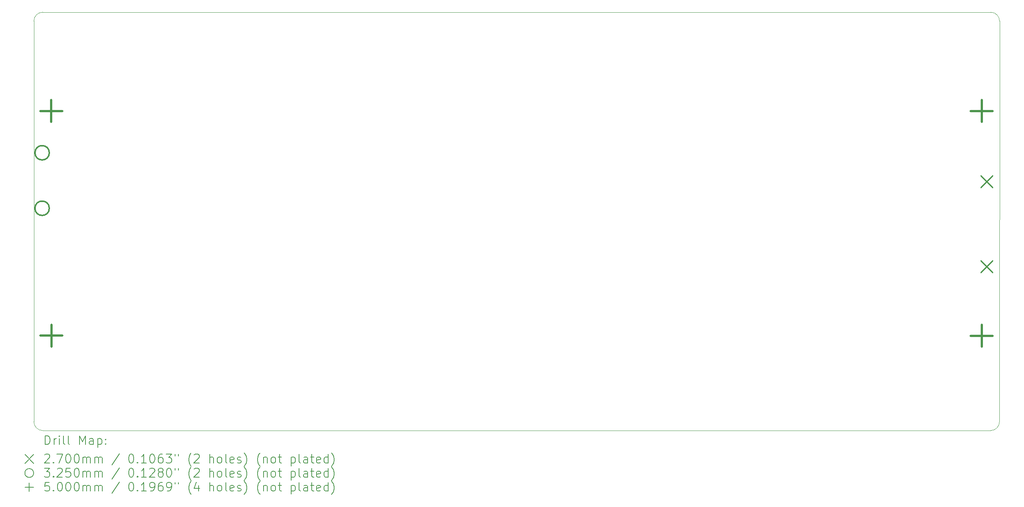
<source format=gbr>
%TF.GenerationSoftware,KiCad,Pcbnew,8.0.9-8.0.9-0~ubuntu24.04.1*%
%TF.CreationDate,2025-10-26T13:13:23-04:00*%
%TF.ProjectId,analog_i,616e616c-6f67-45f6-992e-6b696361645f,rev?*%
%TF.SameCoordinates,Original*%
%TF.FileFunction,Drillmap*%
%TF.FilePolarity,Positive*%
%FSLAX45Y45*%
G04 Gerber Fmt 4.5, Leading zero omitted, Abs format (unit mm)*
G04 Created by KiCad (PCBNEW 8.0.9-8.0.9-0~ubuntu24.04.1) date 2025-10-26 13:13:23*
%MOMM*%
%LPD*%
G01*
G04 APERTURE LIST*
%ADD10C,0.100000*%
%ADD11C,0.050000*%
%ADD12C,0.200000*%
%ADD13C,0.270000*%
%ADD14C,0.325000*%
%ADD15C,0.500000*%
G04 APERTURE END LIST*
D10*
X25377000Y-4900000D02*
G75*
G02*
X25577000Y-5100000I0J-200000D01*
G01*
X3675000Y-5100000D02*
G75*
G02*
X3875000Y-4900000I200000J0D01*
G01*
D11*
X3875000Y-4900000D02*
X25375000Y-4900000D01*
D10*
X25575000Y-14200000D02*
G75*
G02*
X25375000Y-14400000I-200000J0D01*
G01*
D11*
X3875000Y-14400000D02*
X25375000Y-14400000D01*
X25577500Y-5100000D02*
X25575000Y-14200000D01*
X3675000Y-5100000D02*
X3675000Y-14200000D01*
D10*
X3875000Y-14400000D02*
G75*
G02*
X3675000Y-14200000I0J200000D01*
G01*
D12*
D13*
X25150885Y-10539325D02*
X25420885Y-10809325D01*
X25420885Y-10539325D02*
X25150885Y-10809325D01*
X25151700Y-8614140D02*
X25421700Y-8884140D01*
X25421700Y-8614140D02*
X25151700Y-8884140D01*
D14*
X4025127Y-8091630D02*
G75*
G02*
X3700127Y-8091630I-162500J0D01*
G01*
X3700127Y-8091630D02*
G75*
G02*
X4025127Y-8091630I162500J0D01*
G01*
X4025127Y-9351630D02*
G75*
G02*
X3700127Y-9351630I-162500J0D01*
G01*
X3700127Y-9351630D02*
G75*
G02*
X4025127Y-9351630I162500J0D01*
G01*
D15*
X4069000Y-6894000D02*
X4069000Y-7394000D01*
X3819000Y-7144000D02*
X4319000Y-7144000D01*
X4071540Y-11994320D02*
X4071540Y-12494320D01*
X3821540Y-12244320D02*
X4321540Y-12244320D01*
X25173700Y-6894140D02*
X25173700Y-7394140D01*
X24923700Y-7144140D02*
X25423700Y-7144140D01*
X25173700Y-11999540D02*
X25173700Y-12499540D01*
X24923700Y-12249540D02*
X25423700Y-12249540D01*
D12*
X3930777Y-14716484D02*
X3930777Y-14516484D01*
X3930777Y-14516484D02*
X3978396Y-14516484D01*
X3978396Y-14516484D02*
X4006967Y-14526008D01*
X4006967Y-14526008D02*
X4026015Y-14545055D01*
X4026015Y-14545055D02*
X4035539Y-14564103D01*
X4035539Y-14564103D02*
X4045062Y-14602198D01*
X4045062Y-14602198D02*
X4045062Y-14630769D01*
X4045062Y-14630769D02*
X4035539Y-14668865D01*
X4035539Y-14668865D02*
X4026015Y-14687912D01*
X4026015Y-14687912D02*
X4006967Y-14706960D01*
X4006967Y-14706960D02*
X3978396Y-14716484D01*
X3978396Y-14716484D02*
X3930777Y-14716484D01*
X4130777Y-14716484D02*
X4130777Y-14583150D01*
X4130777Y-14621246D02*
X4140301Y-14602198D01*
X4140301Y-14602198D02*
X4149824Y-14592674D01*
X4149824Y-14592674D02*
X4168872Y-14583150D01*
X4168872Y-14583150D02*
X4187920Y-14583150D01*
X4254586Y-14716484D02*
X4254586Y-14583150D01*
X4254586Y-14516484D02*
X4245063Y-14526008D01*
X4245063Y-14526008D02*
X4254586Y-14535531D01*
X4254586Y-14535531D02*
X4264110Y-14526008D01*
X4264110Y-14526008D02*
X4254586Y-14516484D01*
X4254586Y-14516484D02*
X4254586Y-14535531D01*
X4378396Y-14716484D02*
X4359348Y-14706960D01*
X4359348Y-14706960D02*
X4349824Y-14687912D01*
X4349824Y-14687912D02*
X4349824Y-14516484D01*
X4483158Y-14716484D02*
X4464110Y-14706960D01*
X4464110Y-14706960D02*
X4454586Y-14687912D01*
X4454586Y-14687912D02*
X4454586Y-14516484D01*
X4711729Y-14716484D02*
X4711729Y-14516484D01*
X4711729Y-14516484D02*
X4778396Y-14659341D01*
X4778396Y-14659341D02*
X4845063Y-14516484D01*
X4845063Y-14516484D02*
X4845063Y-14716484D01*
X5026015Y-14716484D02*
X5026015Y-14611722D01*
X5026015Y-14611722D02*
X5016491Y-14592674D01*
X5016491Y-14592674D02*
X4997444Y-14583150D01*
X4997444Y-14583150D02*
X4959348Y-14583150D01*
X4959348Y-14583150D02*
X4940301Y-14592674D01*
X5026015Y-14706960D02*
X5006967Y-14716484D01*
X5006967Y-14716484D02*
X4959348Y-14716484D01*
X4959348Y-14716484D02*
X4940301Y-14706960D01*
X4940301Y-14706960D02*
X4930777Y-14687912D01*
X4930777Y-14687912D02*
X4930777Y-14668865D01*
X4930777Y-14668865D02*
X4940301Y-14649817D01*
X4940301Y-14649817D02*
X4959348Y-14640293D01*
X4959348Y-14640293D02*
X5006967Y-14640293D01*
X5006967Y-14640293D02*
X5026015Y-14630769D01*
X5121253Y-14583150D02*
X5121253Y-14783150D01*
X5121253Y-14592674D02*
X5140301Y-14583150D01*
X5140301Y-14583150D02*
X5178396Y-14583150D01*
X5178396Y-14583150D02*
X5197444Y-14592674D01*
X5197444Y-14592674D02*
X5206967Y-14602198D01*
X5206967Y-14602198D02*
X5216491Y-14621246D01*
X5216491Y-14621246D02*
X5216491Y-14678388D01*
X5216491Y-14678388D02*
X5206967Y-14697436D01*
X5206967Y-14697436D02*
X5197444Y-14706960D01*
X5197444Y-14706960D02*
X5178396Y-14716484D01*
X5178396Y-14716484D02*
X5140301Y-14716484D01*
X5140301Y-14716484D02*
X5121253Y-14706960D01*
X5302205Y-14697436D02*
X5311729Y-14706960D01*
X5311729Y-14706960D02*
X5302205Y-14716484D01*
X5302205Y-14716484D02*
X5292682Y-14706960D01*
X5292682Y-14706960D02*
X5302205Y-14697436D01*
X5302205Y-14697436D02*
X5302205Y-14716484D01*
X5302205Y-14592674D02*
X5311729Y-14602198D01*
X5311729Y-14602198D02*
X5302205Y-14611722D01*
X5302205Y-14611722D02*
X5292682Y-14602198D01*
X5292682Y-14602198D02*
X5302205Y-14592674D01*
X5302205Y-14592674D02*
X5302205Y-14611722D01*
X3470000Y-14945000D02*
X3670000Y-15145000D01*
X3670000Y-14945000D02*
X3470000Y-15145000D01*
X3921253Y-14955531D02*
X3930777Y-14946008D01*
X3930777Y-14946008D02*
X3949824Y-14936484D01*
X3949824Y-14936484D02*
X3997443Y-14936484D01*
X3997443Y-14936484D02*
X4016491Y-14946008D01*
X4016491Y-14946008D02*
X4026015Y-14955531D01*
X4026015Y-14955531D02*
X4035539Y-14974579D01*
X4035539Y-14974579D02*
X4035539Y-14993627D01*
X4035539Y-14993627D02*
X4026015Y-15022198D01*
X4026015Y-15022198D02*
X3911729Y-15136484D01*
X3911729Y-15136484D02*
X4035539Y-15136484D01*
X4121253Y-15117436D02*
X4130777Y-15126960D01*
X4130777Y-15126960D02*
X4121253Y-15136484D01*
X4121253Y-15136484D02*
X4111729Y-15126960D01*
X4111729Y-15126960D02*
X4121253Y-15117436D01*
X4121253Y-15117436D02*
X4121253Y-15136484D01*
X4197444Y-14936484D02*
X4330777Y-14936484D01*
X4330777Y-14936484D02*
X4245063Y-15136484D01*
X4445063Y-14936484D02*
X4464110Y-14936484D01*
X4464110Y-14936484D02*
X4483158Y-14946008D01*
X4483158Y-14946008D02*
X4492682Y-14955531D01*
X4492682Y-14955531D02*
X4502205Y-14974579D01*
X4502205Y-14974579D02*
X4511729Y-15012674D01*
X4511729Y-15012674D02*
X4511729Y-15060293D01*
X4511729Y-15060293D02*
X4502205Y-15098388D01*
X4502205Y-15098388D02*
X4492682Y-15117436D01*
X4492682Y-15117436D02*
X4483158Y-15126960D01*
X4483158Y-15126960D02*
X4464110Y-15136484D01*
X4464110Y-15136484D02*
X4445063Y-15136484D01*
X4445063Y-15136484D02*
X4426015Y-15126960D01*
X4426015Y-15126960D02*
X4416491Y-15117436D01*
X4416491Y-15117436D02*
X4406967Y-15098388D01*
X4406967Y-15098388D02*
X4397444Y-15060293D01*
X4397444Y-15060293D02*
X4397444Y-15012674D01*
X4397444Y-15012674D02*
X4406967Y-14974579D01*
X4406967Y-14974579D02*
X4416491Y-14955531D01*
X4416491Y-14955531D02*
X4426015Y-14946008D01*
X4426015Y-14946008D02*
X4445063Y-14936484D01*
X4635539Y-14936484D02*
X4654586Y-14936484D01*
X4654586Y-14936484D02*
X4673634Y-14946008D01*
X4673634Y-14946008D02*
X4683158Y-14955531D01*
X4683158Y-14955531D02*
X4692682Y-14974579D01*
X4692682Y-14974579D02*
X4702205Y-15012674D01*
X4702205Y-15012674D02*
X4702205Y-15060293D01*
X4702205Y-15060293D02*
X4692682Y-15098388D01*
X4692682Y-15098388D02*
X4683158Y-15117436D01*
X4683158Y-15117436D02*
X4673634Y-15126960D01*
X4673634Y-15126960D02*
X4654586Y-15136484D01*
X4654586Y-15136484D02*
X4635539Y-15136484D01*
X4635539Y-15136484D02*
X4616491Y-15126960D01*
X4616491Y-15126960D02*
X4606967Y-15117436D01*
X4606967Y-15117436D02*
X4597444Y-15098388D01*
X4597444Y-15098388D02*
X4587920Y-15060293D01*
X4587920Y-15060293D02*
X4587920Y-15012674D01*
X4587920Y-15012674D02*
X4597444Y-14974579D01*
X4597444Y-14974579D02*
X4606967Y-14955531D01*
X4606967Y-14955531D02*
X4616491Y-14946008D01*
X4616491Y-14946008D02*
X4635539Y-14936484D01*
X4787920Y-15136484D02*
X4787920Y-15003150D01*
X4787920Y-15022198D02*
X4797444Y-15012674D01*
X4797444Y-15012674D02*
X4816491Y-15003150D01*
X4816491Y-15003150D02*
X4845063Y-15003150D01*
X4845063Y-15003150D02*
X4864110Y-15012674D01*
X4864110Y-15012674D02*
X4873634Y-15031722D01*
X4873634Y-15031722D02*
X4873634Y-15136484D01*
X4873634Y-15031722D02*
X4883158Y-15012674D01*
X4883158Y-15012674D02*
X4902205Y-15003150D01*
X4902205Y-15003150D02*
X4930777Y-15003150D01*
X4930777Y-15003150D02*
X4949825Y-15012674D01*
X4949825Y-15012674D02*
X4959348Y-15031722D01*
X4959348Y-15031722D02*
X4959348Y-15136484D01*
X5054586Y-15136484D02*
X5054586Y-15003150D01*
X5054586Y-15022198D02*
X5064110Y-15012674D01*
X5064110Y-15012674D02*
X5083158Y-15003150D01*
X5083158Y-15003150D02*
X5111729Y-15003150D01*
X5111729Y-15003150D02*
X5130777Y-15012674D01*
X5130777Y-15012674D02*
X5140301Y-15031722D01*
X5140301Y-15031722D02*
X5140301Y-15136484D01*
X5140301Y-15031722D02*
X5149825Y-15012674D01*
X5149825Y-15012674D02*
X5168872Y-15003150D01*
X5168872Y-15003150D02*
X5197444Y-15003150D01*
X5197444Y-15003150D02*
X5216491Y-15012674D01*
X5216491Y-15012674D02*
X5226015Y-15031722D01*
X5226015Y-15031722D02*
X5226015Y-15136484D01*
X5616491Y-14926960D02*
X5445063Y-15184103D01*
X5873634Y-14936484D02*
X5892682Y-14936484D01*
X5892682Y-14936484D02*
X5911729Y-14946008D01*
X5911729Y-14946008D02*
X5921253Y-14955531D01*
X5921253Y-14955531D02*
X5930777Y-14974579D01*
X5930777Y-14974579D02*
X5940301Y-15012674D01*
X5940301Y-15012674D02*
X5940301Y-15060293D01*
X5940301Y-15060293D02*
X5930777Y-15098388D01*
X5930777Y-15098388D02*
X5921253Y-15117436D01*
X5921253Y-15117436D02*
X5911729Y-15126960D01*
X5911729Y-15126960D02*
X5892682Y-15136484D01*
X5892682Y-15136484D02*
X5873634Y-15136484D01*
X5873634Y-15136484D02*
X5854586Y-15126960D01*
X5854586Y-15126960D02*
X5845063Y-15117436D01*
X5845063Y-15117436D02*
X5835539Y-15098388D01*
X5835539Y-15098388D02*
X5826015Y-15060293D01*
X5826015Y-15060293D02*
X5826015Y-15012674D01*
X5826015Y-15012674D02*
X5835539Y-14974579D01*
X5835539Y-14974579D02*
X5845063Y-14955531D01*
X5845063Y-14955531D02*
X5854586Y-14946008D01*
X5854586Y-14946008D02*
X5873634Y-14936484D01*
X6026015Y-15117436D02*
X6035539Y-15126960D01*
X6035539Y-15126960D02*
X6026015Y-15136484D01*
X6026015Y-15136484D02*
X6016491Y-15126960D01*
X6016491Y-15126960D02*
X6026015Y-15117436D01*
X6026015Y-15117436D02*
X6026015Y-15136484D01*
X6226015Y-15136484D02*
X6111729Y-15136484D01*
X6168872Y-15136484D02*
X6168872Y-14936484D01*
X6168872Y-14936484D02*
X6149825Y-14965055D01*
X6149825Y-14965055D02*
X6130777Y-14984103D01*
X6130777Y-14984103D02*
X6111729Y-14993627D01*
X6349825Y-14936484D02*
X6368872Y-14936484D01*
X6368872Y-14936484D02*
X6387920Y-14946008D01*
X6387920Y-14946008D02*
X6397444Y-14955531D01*
X6397444Y-14955531D02*
X6406967Y-14974579D01*
X6406967Y-14974579D02*
X6416491Y-15012674D01*
X6416491Y-15012674D02*
X6416491Y-15060293D01*
X6416491Y-15060293D02*
X6406967Y-15098388D01*
X6406967Y-15098388D02*
X6397444Y-15117436D01*
X6397444Y-15117436D02*
X6387920Y-15126960D01*
X6387920Y-15126960D02*
X6368872Y-15136484D01*
X6368872Y-15136484D02*
X6349825Y-15136484D01*
X6349825Y-15136484D02*
X6330777Y-15126960D01*
X6330777Y-15126960D02*
X6321253Y-15117436D01*
X6321253Y-15117436D02*
X6311729Y-15098388D01*
X6311729Y-15098388D02*
X6302206Y-15060293D01*
X6302206Y-15060293D02*
X6302206Y-15012674D01*
X6302206Y-15012674D02*
X6311729Y-14974579D01*
X6311729Y-14974579D02*
X6321253Y-14955531D01*
X6321253Y-14955531D02*
X6330777Y-14946008D01*
X6330777Y-14946008D02*
X6349825Y-14936484D01*
X6587920Y-14936484D02*
X6549825Y-14936484D01*
X6549825Y-14936484D02*
X6530777Y-14946008D01*
X6530777Y-14946008D02*
X6521253Y-14955531D01*
X6521253Y-14955531D02*
X6502206Y-14984103D01*
X6502206Y-14984103D02*
X6492682Y-15022198D01*
X6492682Y-15022198D02*
X6492682Y-15098388D01*
X6492682Y-15098388D02*
X6502206Y-15117436D01*
X6502206Y-15117436D02*
X6511729Y-15126960D01*
X6511729Y-15126960D02*
X6530777Y-15136484D01*
X6530777Y-15136484D02*
X6568872Y-15136484D01*
X6568872Y-15136484D02*
X6587920Y-15126960D01*
X6587920Y-15126960D02*
X6597444Y-15117436D01*
X6597444Y-15117436D02*
X6606967Y-15098388D01*
X6606967Y-15098388D02*
X6606967Y-15050769D01*
X6606967Y-15050769D02*
X6597444Y-15031722D01*
X6597444Y-15031722D02*
X6587920Y-15022198D01*
X6587920Y-15022198D02*
X6568872Y-15012674D01*
X6568872Y-15012674D02*
X6530777Y-15012674D01*
X6530777Y-15012674D02*
X6511729Y-15022198D01*
X6511729Y-15022198D02*
X6502206Y-15031722D01*
X6502206Y-15031722D02*
X6492682Y-15050769D01*
X6673634Y-14936484D02*
X6797444Y-14936484D01*
X6797444Y-14936484D02*
X6730777Y-15012674D01*
X6730777Y-15012674D02*
X6759348Y-15012674D01*
X6759348Y-15012674D02*
X6778396Y-15022198D01*
X6778396Y-15022198D02*
X6787920Y-15031722D01*
X6787920Y-15031722D02*
X6797444Y-15050769D01*
X6797444Y-15050769D02*
X6797444Y-15098388D01*
X6797444Y-15098388D02*
X6787920Y-15117436D01*
X6787920Y-15117436D02*
X6778396Y-15126960D01*
X6778396Y-15126960D02*
X6759348Y-15136484D01*
X6759348Y-15136484D02*
X6702206Y-15136484D01*
X6702206Y-15136484D02*
X6683158Y-15126960D01*
X6683158Y-15126960D02*
X6673634Y-15117436D01*
X6873634Y-14936484D02*
X6873634Y-14974579D01*
X6949825Y-14936484D02*
X6949825Y-14974579D01*
X7245063Y-15212674D02*
X7235539Y-15203150D01*
X7235539Y-15203150D02*
X7216491Y-15174579D01*
X7216491Y-15174579D02*
X7206968Y-15155531D01*
X7206968Y-15155531D02*
X7197444Y-15126960D01*
X7197444Y-15126960D02*
X7187920Y-15079341D01*
X7187920Y-15079341D02*
X7187920Y-15041246D01*
X7187920Y-15041246D02*
X7197444Y-14993627D01*
X7197444Y-14993627D02*
X7206968Y-14965055D01*
X7206968Y-14965055D02*
X7216491Y-14946008D01*
X7216491Y-14946008D02*
X7235539Y-14917436D01*
X7235539Y-14917436D02*
X7245063Y-14907912D01*
X7311729Y-14955531D02*
X7321253Y-14946008D01*
X7321253Y-14946008D02*
X7340301Y-14936484D01*
X7340301Y-14936484D02*
X7387920Y-14936484D01*
X7387920Y-14936484D02*
X7406968Y-14946008D01*
X7406968Y-14946008D02*
X7416491Y-14955531D01*
X7416491Y-14955531D02*
X7426015Y-14974579D01*
X7426015Y-14974579D02*
X7426015Y-14993627D01*
X7426015Y-14993627D02*
X7416491Y-15022198D01*
X7416491Y-15022198D02*
X7302206Y-15136484D01*
X7302206Y-15136484D02*
X7426015Y-15136484D01*
X7664110Y-15136484D02*
X7664110Y-14936484D01*
X7749825Y-15136484D02*
X7749825Y-15031722D01*
X7749825Y-15031722D02*
X7740301Y-15012674D01*
X7740301Y-15012674D02*
X7721253Y-15003150D01*
X7721253Y-15003150D02*
X7692682Y-15003150D01*
X7692682Y-15003150D02*
X7673634Y-15012674D01*
X7673634Y-15012674D02*
X7664110Y-15022198D01*
X7873634Y-15136484D02*
X7854587Y-15126960D01*
X7854587Y-15126960D02*
X7845063Y-15117436D01*
X7845063Y-15117436D02*
X7835539Y-15098388D01*
X7835539Y-15098388D02*
X7835539Y-15041246D01*
X7835539Y-15041246D02*
X7845063Y-15022198D01*
X7845063Y-15022198D02*
X7854587Y-15012674D01*
X7854587Y-15012674D02*
X7873634Y-15003150D01*
X7873634Y-15003150D02*
X7902206Y-15003150D01*
X7902206Y-15003150D02*
X7921253Y-15012674D01*
X7921253Y-15012674D02*
X7930777Y-15022198D01*
X7930777Y-15022198D02*
X7940301Y-15041246D01*
X7940301Y-15041246D02*
X7940301Y-15098388D01*
X7940301Y-15098388D02*
X7930777Y-15117436D01*
X7930777Y-15117436D02*
X7921253Y-15126960D01*
X7921253Y-15126960D02*
X7902206Y-15136484D01*
X7902206Y-15136484D02*
X7873634Y-15136484D01*
X8054587Y-15136484D02*
X8035539Y-15126960D01*
X8035539Y-15126960D02*
X8026015Y-15107912D01*
X8026015Y-15107912D02*
X8026015Y-14936484D01*
X8206968Y-15126960D02*
X8187920Y-15136484D01*
X8187920Y-15136484D02*
X8149825Y-15136484D01*
X8149825Y-15136484D02*
X8130777Y-15126960D01*
X8130777Y-15126960D02*
X8121253Y-15107912D01*
X8121253Y-15107912D02*
X8121253Y-15031722D01*
X8121253Y-15031722D02*
X8130777Y-15012674D01*
X8130777Y-15012674D02*
X8149825Y-15003150D01*
X8149825Y-15003150D02*
X8187920Y-15003150D01*
X8187920Y-15003150D02*
X8206968Y-15012674D01*
X8206968Y-15012674D02*
X8216491Y-15031722D01*
X8216491Y-15031722D02*
X8216491Y-15050769D01*
X8216491Y-15050769D02*
X8121253Y-15069817D01*
X8292682Y-15126960D02*
X8311730Y-15136484D01*
X8311730Y-15136484D02*
X8349825Y-15136484D01*
X8349825Y-15136484D02*
X8368872Y-15126960D01*
X8368872Y-15126960D02*
X8378396Y-15107912D01*
X8378396Y-15107912D02*
X8378396Y-15098388D01*
X8378396Y-15098388D02*
X8368872Y-15079341D01*
X8368872Y-15079341D02*
X8349825Y-15069817D01*
X8349825Y-15069817D02*
X8321253Y-15069817D01*
X8321253Y-15069817D02*
X8302206Y-15060293D01*
X8302206Y-15060293D02*
X8292682Y-15041246D01*
X8292682Y-15041246D02*
X8292682Y-15031722D01*
X8292682Y-15031722D02*
X8302206Y-15012674D01*
X8302206Y-15012674D02*
X8321253Y-15003150D01*
X8321253Y-15003150D02*
X8349825Y-15003150D01*
X8349825Y-15003150D02*
X8368872Y-15012674D01*
X8445063Y-15212674D02*
X8454587Y-15203150D01*
X8454587Y-15203150D02*
X8473634Y-15174579D01*
X8473634Y-15174579D02*
X8483158Y-15155531D01*
X8483158Y-15155531D02*
X8492682Y-15126960D01*
X8492682Y-15126960D02*
X8502206Y-15079341D01*
X8502206Y-15079341D02*
X8502206Y-15041246D01*
X8502206Y-15041246D02*
X8492682Y-14993627D01*
X8492682Y-14993627D02*
X8483158Y-14965055D01*
X8483158Y-14965055D02*
X8473634Y-14946008D01*
X8473634Y-14946008D02*
X8454587Y-14917436D01*
X8454587Y-14917436D02*
X8445063Y-14907912D01*
X8806968Y-15212674D02*
X8797444Y-15203150D01*
X8797444Y-15203150D02*
X8778396Y-15174579D01*
X8778396Y-15174579D02*
X8768873Y-15155531D01*
X8768873Y-15155531D02*
X8759349Y-15126960D01*
X8759349Y-15126960D02*
X8749825Y-15079341D01*
X8749825Y-15079341D02*
X8749825Y-15041246D01*
X8749825Y-15041246D02*
X8759349Y-14993627D01*
X8759349Y-14993627D02*
X8768873Y-14965055D01*
X8768873Y-14965055D02*
X8778396Y-14946008D01*
X8778396Y-14946008D02*
X8797444Y-14917436D01*
X8797444Y-14917436D02*
X8806968Y-14907912D01*
X8883158Y-15003150D02*
X8883158Y-15136484D01*
X8883158Y-15022198D02*
X8892682Y-15012674D01*
X8892682Y-15012674D02*
X8911730Y-15003150D01*
X8911730Y-15003150D02*
X8940301Y-15003150D01*
X8940301Y-15003150D02*
X8959349Y-15012674D01*
X8959349Y-15012674D02*
X8968873Y-15031722D01*
X8968873Y-15031722D02*
X8968873Y-15136484D01*
X9092682Y-15136484D02*
X9073634Y-15126960D01*
X9073634Y-15126960D02*
X9064111Y-15117436D01*
X9064111Y-15117436D02*
X9054587Y-15098388D01*
X9054587Y-15098388D02*
X9054587Y-15041246D01*
X9054587Y-15041246D02*
X9064111Y-15022198D01*
X9064111Y-15022198D02*
X9073634Y-15012674D01*
X9073634Y-15012674D02*
X9092682Y-15003150D01*
X9092682Y-15003150D02*
X9121254Y-15003150D01*
X9121254Y-15003150D02*
X9140301Y-15012674D01*
X9140301Y-15012674D02*
X9149825Y-15022198D01*
X9149825Y-15022198D02*
X9159349Y-15041246D01*
X9159349Y-15041246D02*
X9159349Y-15098388D01*
X9159349Y-15098388D02*
X9149825Y-15117436D01*
X9149825Y-15117436D02*
X9140301Y-15126960D01*
X9140301Y-15126960D02*
X9121254Y-15136484D01*
X9121254Y-15136484D02*
X9092682Y-15136484D01*
X9216492Y-15003150D02*
X9292682Y-15003150D01*
X9245063Y-14936484D02*
X9245063Y-15107912D01*
X9245063Y-15107912D02*
X9254587Y-15126960D01*
X9254587Y-15126960D02*
X9273634Y-15136484D01*
X9273634Y-15136484D02*
X9292682Y-15136484D01*
X9511730Y-15003150D02*
X9511730Y-15203150D01*
X9511730Y-15012674D02*
X9530777Y-15003150D01*
X9530777Y-15003150D02*
X9568873Y-15003150D01*
X9568873Y-15003150D02*
X9587920Y-15012674D01*
X9587920Y-15012674D02*
X9597444Y-15022198D01*
X9597444Y-15022198D02*
X9606968Y-15041246D01*
X9606968Y-15041246D02*
X9606968Y-15098388D01*
X9606968Y-15098388D02*
X9597444Y-15117436D01*
X9597444Y-15117436D02*
X9587920Y-15126960D01*
X9587920Y-15126960D02*
X9568873Y-15136484D01*
X9568873Y-15136484D02*
X9530777Y-15136484D01*
X9530777Y-15136484D02*
X9511730Y-15126960D01*
X9721254Y-15136484D02*
X9702206Y-15126960D01*
X9702206Y-15126960D02*
X9692682Y-15107912D01*
X9692682Y-15107912D02*
X9692682Y-14936484D01*
X9883158Y-15136484D02*
X9883158Y-15031722D01*
X9883158Y-15031722D02*
X9873635Y-15012674D01*
X9873635Y-15012674D02*
X9854587Y-15003150D01*
X9854587Y-15003150D02*
X9816492Y-15003150D01*
X9816492Y-15003150D02*
X9797444Y-15012674D01*
X9883158Y-15126960D02*
X9864111Y-15136484D01*
X9864111Y-15136484D02*
X9816492Y-15136484D01*
X9816492Y-15136484D02*
X9797444Y-15126960D01*
X9797444Y-15126960D02*
X9787920Y-15107912D01*
X9787920Y-15107912D02*
X9787920Y-15088865D01*
X9787920Y-15088865D02*
X9797444Y-15069817D01*
X9797444Y-15069817D02*
X9816492Y-15060293D01*
X9816492Y-15060293D02*
X9864111Y-15060293D01*
X9864111Y-15060293D02*
X9883158Y-15050769D01*
X9949825Y-15003150D02*
X10026015Y-15003150D01*
X9978396Y-14936484D02*
X9978396Y-15107912D01*
X9978396Y-15107912D02*
X9987920Y-15126960D01*
X9987920Y-15126960D02*
X10006968Y-15136484D01*
X10006968Y-15136484D02*
X10026015Y-15136484D01*
X10168873Y-15126960D02*
X10149825Y-15136484D01*
X10149825Y-15136484D02*
X10111730Y-15136484D01*
X10111730Y-15136484D02*
X10092682Y-15126960D01*
X10092682Y-15126960D02*
X10083158Y-15107912D01*
X10083158Y-15107912D02*
X10083158Y-15031722D01*
X10083158Y-15031722D02*
X10092682Y-15012674D01*
X10092682Y-15012674D02*
X10111730Y-15003150D01*
X10111730Y-15003150D02*
X10149825Y-15003150D01*
X10149825Y-15003150D02*
X10168873Y-15012674D01*
X10168873Y-15012674D02*
X10178396Y-15031722D01*
X10178396Y-15031722D02*
X10178396Y-15050769D01*
X10178396Y-15050769D02*
X10083158Y-15069817D01*
X10349825Y-15136484D02*
X10349825Y-14936484D01*
X10349825Y-15126960D02*
X10330777Y-15136484D01*
X10330777Y-15136484D02*
X10292682Y-15136484D01*
X10292682Y-15136484D02*
X10273635Y-15126960D01*
X10273635Y-15126960D02*
X10264111Y-15117436D01*
X10264111Y-15117436D02*
X10254587Y-15098388D01*
X10254587Y-15098388D02*
X10254587Y-15041246D01*
X10254587Y-15041246D02*
X10264111Y-15022198D01*
X10264111Y-15022198D02*
X10273635Y-15012674D01*
X10273635Y-15012674D02*
X10292682Y-15003150D01*
X10292682Y-15003150D02*
X10330777Y-15003150D01*
X10330777Y-15003150D02*
X10349825Y-15012674D01*
X10426016Y-15212674D02*
X10435539Y-15203150D01*
X10435539Y-15203150D02*
X10454587Y-15174579D01*
X10454587Y-15174579D02*
X10464111Y-15155531D01*
X10464111Y-15155531D02*
X10473635Y-15126960D01*
X10473635Y-15126960D02*
X10483158Y-15079341D01*
X10483158Y-15079341D02*
X10483158Y-15041246D01*
X10483158Y-15041246D02*
X10473635Y-14993627D01*
X10473635Y-14993627D02*
X10464111Y-14965055D01*
X10464111Y-14965055D02*
X10454587Y-14946008D01*
X10454587Y-14946008D02*
X10435539Y-14917436D01*
X10435539Y-14917436D02*
X10426016Y-14907912D01*
X3670000Y-15365000D02*
G75*
G02*
X3470000Y-15365000I-100000J0D01*
G01*
X3470000Y-15365000D02*
G75*
G02*
X3670000Y-15365000I100000J0D01*
G01*
X3911729Y-15256484D02*
X4035539Y-15256484D01*
X4035539Y-15256484D02*
X3968872Y-15332674D01*
X3968872Y-15332674D02*
X3997443Y-15332674D01*
X3997443Y-15332674D02*
X4016491Y-15342198D01*
X4016491Y-15342198D02*
X4026015Y-15351722D01*
X4026015Y-15351722D02*
X4035539Y-15370769D01*
X4035539Y-15370769D02*
X4035539Y-15418388D01*
X4035539Y-15418388D02*
X4026015Y-15437436D01*
X4026015Y-15437436D02*
X4016491Y-15446960D01*
X4016491Y-15446960D02*
X3997443Y-15456484D01*
X3997443Y-15456484D02*
X3940301Y-15456484D01*
X3940301Y-15456484D02*
X3921253Y-15446960D01*
X3921253Y-15446960D02*
X3911729Y-15437436D01*
X4121253Y-15437436D02*
X4130777Y-15446960D01*
X4130777Y-15446960D02*
X4121253Y-15456484D01*
X4121253Y-15456484D02*
X4111729Y-15446960D01*
X4111729Y-15446960D02*
X4121253Y-15437436D01*
X4121253Y-15437436D02*
X4121253Y-15456484D01*
X4206967Y-15275531D02*
X4216491Y-15266008D01*
X4216491Y-15266008D02*
X4235539Y-15256484D01*
X4235539Y-15256484D02*
X4283158Y-15256484D01*
X4283158Y-15256484D02*
X4302205Y-15266008D01*
X4302205Y-15266008D02*
X4311729Y-15275531D01*
X4311729Y-15275531D02*
X4321253Y-15294579D01*
X4321253Y-15294579D02*
X4321253Y-15313627D01*
X4321253Y-15313627D02*
X4311729Y-15342198D01*
X4311729Y-15342198D02*
X4197444Y-15456484D01*
X4197444Y-15456484D02*
X4321253Y-15456484D01*
X4502205Y-15256484D02*
X4406967Y-15256484D01*
X4406967Y-15256484D02*
X4397444Y-15351722D01*
X4397444Y-15351722D02*
X4406967Y-15342198D01*
X4406967Y-15342198D02*
X4426015Y-15332674D01*
X4426015Y-15332674D02*
X4473634Y-15332674D01*
X4473634Y-15332674D02*
X4492682Y-15342198D01*
X4492682Y-15342198D02*
X4502205Y-15351722D01*
X4502205Y-15351722D02*
X4511729Y-15370769D01*
X4511729Y-15370769D02*
X4511729Y-15418388D01*
X4511729Y-15418388D02*
X4502205Y-15437436D01*
X4502205Y-15437436D02*
X4492682Y-15446960D01*
X4492682Y-15446960D02*
X4473634Y-15456484D01*
X4473634Y-15456484D02*
X4426015Y-15456484D01*
X4426015Y-15456484D02*
X4406967Y-15446960D01*
X4406967Y-15446960D02*
X4397444Y-15437436D01*
X4635539Y-15256484D02*
X4654586Y-15256484D01*
X4654586Y-15256484D02*
X4673634Y-15266008D01*
X4673634Y-15266008D02*
X4683158Y-15275531D01*
X4683158Y-15275531D02*
X4692682Y-15294579D01*
X4692682Y-15294579D02*
X4702205Y-15332674D01*
X4702205Y-15332674D02*
X4702205Y-15380293D01*
X4702205Y-15380293D02*
X4692682Y-15418388D01*
X4692682Y-15418388D02*
X4683158Y-15437436D01*
X4683158Y-15437436D02*
X4673634Y-15446960D01*
X4673634Y-15446960D02*
X4654586Y-15456484D01*
X4654586Y-15456484D02*
X4635539Y-15456484D01*
X4635539Y-15456484D02*
X4616491Y-15446960D01*
X4616491Y-15446960D02*
X4606967Y-15437436D01*
X4606967Y-15437436D02*
X4597444Y-15418388D01*
X4597444Y-15418388D02*
X4587920Y-15380293D01*
X4587920Y-15380293D02*
X4587920Y-15332674D01*
X4587920Y-15332674D02*
X4597444Y-15294579D01*
X4597444Y-15294579D02*
X4606967Y-15275531D01*
X4606967Y-15275531D02*
X4616491Y-15266008D01*
X4616491Y-15266008D02*
X4635539Y-15256484D01*
X4787920Y-15456484D02*
X4787920Y-15323150D01*
X4787920Y-15342198D02*
X4797444Y-15332674D01*
X4797444Y-15332674D02*
X4816491Y-15323150D01*
X4816491Y-15323150D02*
X4845063Y-15323150D01*
X4845063Y-15323150D02*
X4864110Y-15332674D01*
X4864110Y-15332674D02*
X4873634Y-15351722D01*
X4873634Y-15351722D02*
X4873634Y-15456484D01*
X4873634Y-15351722D02*
X4883158Y-15332674D01*
X4883158Y-15332674D02*
X4902205Y-15323150D01*
X4902205Y-15323150D02*
X4930777Y-15323150D01*
X4930777Y-15323150D02*
X4949825Y-15332674D01*
X4949825Y-15332674D02*
X4959348Y-15351722D01*
X4959348Y-15351722D02*
X4959348Y-15456484D01*
X5054586Y-15456484D02*
X5054586Y-15323150D01*
X5054586Y-15342198D02*
X5064110Y-15332674D01*
X5064110Y-15332674D02*
X5083158Y-15323150D01*
X5083158Y-15323150D02*
X5111729Y-15323150D01*
X5111729Y-15323150D02*
X5130777Y-15332674D01*
X5130777Y-15332674D02*
X5140301Y-15351722D01*
X5140301Y-15351722D02*
X5140301Y-15456484D01*
X5140301Y-15351722D02*
X5149825Y-15332674D01*
X5149825Y-15332674D02*
X5168872Y-15323150D01*
X5168872Y-15323150D02*
X5197444Y-15323150D01*
X5197444Y-15323150D02*
X5216491Y-15332674D01*
X5216491Y-15332674D02*
X5226015Y-15351722D01*
X5226015Y-15351722D02*
X5226015Y-15456484D01*
X5616491Y-15246960D02*
X5445063Y-15504103D01*
X5873634Y-15256484D02*
X5892682Y-15256484D01*
X5892682Y-15256484D02*
X5911729Y-15266008D01*
X5911729Y-15266008D02*
X5921253Y-15275531D01*
X5921253Y-15275531D02*
X5930777Y-15294579D01*
X5930777Y-15294579D02*
X5940301Y-15332674D01*
X5940301Y-15332674D02*
X5940301Y-15380293D01*
X5940301Y-15380293D02*
X5930777Y-15418388D01*
X5930777Y-15418388D02*
X5921253Y-15437436D01*
X5921253Y-15437436D02*
X5911729Y-15446960D01*
X5911729Y-15446960D02*
X5892682Y-15456484D01*
X5892682Y-15456484D02*
X5873634Y-15456484D01*
X5873634Y-15456484D02*
X5854586Y-15446960D01*
X5854586Y-15446960D02*
X5845063Y-15437436D01*
X5845063Y-15437436D02*
X5835539Y-15418388D01*
X5835539Y-15418388D02*
X5826015Y-15380293D01*
X5826015Y-15380293D02*
X5826015Y-15332674D01*
X5826015Y-15332674D02*
X5835539Y-15294579D01*
X5835539Y-15294579D02*
X5845063Y-15275531D01*
X5845063Y-15275531D02*
X5854586Y-15266008D01*
X5854586Y-15266008D02*
X5873634Y-15256484D01*
X6026015Y-15437436D02*
X6035539Y-15446960D01*
X6035539Y-15446960D02*
X6026015Y-15456484D01*
X6026015Y-15456484D02*
X6016491Y-15446960D01*
X6016491Y-15446960D02*
X6026015Y-15437436D01*
X6026015Y-15437436D02*
X6026015Y-15456484D01*
X6226015Y-15456484D02*
X6111729Y-15456484D01*
X6168872Y-15456484D02*
X6168872Y-15256484D01*
X6168872Y-15256484D02*
X6149825Y-15285055D01*
X6149825Y-15285055D02*
X6130777Y-15304103D01*
X6130777Y-15304103D02*
X6111729Y-15313627D01*
X6302206Y-15275531D02*
X6311729Y-15266008D01*
X6311729Y-15266008D02*
X6330777Y-15256484D01*
X6330777Y-15256484D02*
X6378396Y-15256484D01*
X6378396Y-15256484D02*
X6397444Y-15266008D01*
X6397444Y-15266008D02*
X6406967Y-15275531D01*
X6406967Y-15275531D02*
X6416491Y-15294579D01*
X6416491Y-15294579D02*
X6416491Y-15313627D01*
X6416491Y-15313627D02*
X6406967Y-15342198D01*
X6406967Y-15342198D02*
X6292682Y-15456484D01*
X6292682Y-15456484D02*
X6416491Y-15456484D01*
X6530777Y-15342198D02*
X6511729Y-15332674D01*
X6511729Y-15332674D02*
X6502206Y-15323150D01*
X6502206Y-15323150D02*
X6492682Y-15304103D01*
X6492682Y-15304103D02*
X6492682Y-15294579D01*
X6492682Y-15294579D02*
X6502206Y-15275531D01*
X6502206Y-15275531D02*
X6511729Y-15266008D01*
X6511729Y-15266008D02*
X6530777Y-15256484D01*
X6530777Y-15256484D02*
X6568872Y-15256484D01*
X6568872Y-15256484D02*
X6587920Y-15266008D01*
X6587920Y-15266008D02*
X6597444Y-15275531D01*
X6597444Y-15275531D02*
X6606967Y-15294579D01*
X6606967Y-15294579D02*
X6606967Y-15304103D01*
X6606967Y-15304103D02*
X6597444Y-15323150D01*
X6597444Y-15323150D02*
X6587920Y-15332674D01*
X6587920Y-15332674D02*
X6568872Y-15342198D01*
X6568872Y-15342198D02*
X6530777Y-15342198D01*
X6530777Y-15342198D02*
X6511729Y-15351722D01*
X6511729Y-15351722D02*
X6502206Y-15361246D01*
X6502206Y-15361246D02*
X6492682Y-15380293D01*
X6492682Y-15380293D02*
X6492682Y-15418388D01*
X6492682Y-15418388D02*
X6502206Y-15437436D01*
X6502206Y-15437436D02*
X6511729Y-15446960D01*
X6511729Y-15446960D02*
X6530777Y-15456484D01*
X6530777Y-15456484D02*
X6568872Y-15456484D01*
X6568872Y-15456484D02*
X6587920Y-15446960D01*
X6587920Y-15446960D02*
X6597444Y-15437436D01*
X6597444Y-15437436D02*
X6606967Y-15418388D01*
X6606967Y-15418388D02*
X6606967Y-15380293D01*
X6606967Y-15380293D02*
X6597444Y-15361246D01*
X6597444Y-15361246D02*
X6587920Y-15351722D01*
X6587920Y-15351722D02*
X6568872Y-15342198D01*
X6730777Y-15256484D02*
X6749825Y-15256484D01*
X6749825Y-15256484D02*
X6768872Y-15266008D01*
X6768872Y-15266008D02*
X6778396Y-15275531D01*
X6778396Y-15275531D02*
X6787920Y-15294579D01*
X6787920Y-15294579D02*
X6797444Y-15332674D01*
X6797444Y-15332674D02*
X6797444Y-15380293D01*
X6797444Y-15380293D02*
X6787920Y-15418388D01*
X6787920Y-15418388D02*
X6778396Y-15437436D01*
X6778396Y-15437436D02*
X6768872Y-15446960D01*
X6768872Y-15446960D02*
X6749825Y-15456484D01*
X6749825Y-15456484D02*
X6730777Y-15456484D01*
X6730777Y-15456484D02*
X6711729Y-15446960D01*
X6711729Y-15446960D02*
X6702206Y-15437436D01*
X6702206Y-15437436D02*
X6692682Y-15418388D01*
X6692682Y-15418388D02*
X6683158Y-15380293D01*
X6683158Y-15380293D02*
X6683158Y-15332674D01*
X6683158Y-15332674D02*
X6692682Y-15294579D01*
X6692682Y-15294579D02*
X6702206Y-15275531D01*
X6702206Y-15275531D02*
X6711729Y-15266008D01*
X6711729Y-15266008D02*
X6730777Y-15256484D01*
X6873634Y-15256484D02*
X6873634Y-15294579D01*
X6949825Y-15256484D02*
X6949825Y-15294579D01*
X7245063Y-15532674D02*
X7235539Y-15523150D01*
X7235539Y-15523150D02*
X7216491Y-15494579D01*
X7216491Y-15494579D02*
X7206968Y-15475531D01*
X7206968Y-15475531D02*
X7197444Y-15446960D01*
X7197444Y-15446960D02*
X7187920Y-15399341D01*
X7187920Y-15399341D02*
X7187920Y-15361246D01*
X7187920Y-15361246D02*
X7197444Y-15313627D01*
X7197444Y-15313627D02*
X7206968Y-15285055D01*
X7206968Y-15285055D02*
X7216491Y-15266008D01*
X7216491Y-15266008D02*
X7235539Y-15237436D01*
X7235539Y-15237436D02*
X7245063Y-15227912D01*
X7311729Y-15275531D02*
X7321253Y-15266008D01*
X7321253Y-15266008D02*
X7340301Y-15256484D01*
X7340301Y-15256484D02*
X7387920Y-15256484D01*
X7387920Y-15256484D02*
X7406968Y-15266008D01*
X7406968Y-15266008D02*
X7416491Y-15275531D01*
X7416491Y-15275531D02*
X7426015Y-15294579D01*
X7426015Y-15294579D02*
X7426015Y-15313627D01*
X7426015Y-15313627D02*
X7416491Y-15342198D01*
X7416491Y-15342198D02*
X7302206Y-15456484D01*
X7302206Y-15456484D02*
X7426015Y-15456484D01*
X7664110Y-15456484D02*
X7664110Y-15256484D01*
X7749825Y-15456484D02*
X7749825Y-15351722D01*
X7749825Y-15351722D02*
X7740301Y-15332674D01*
X7740301Y-15332674D02*
X7721253Y-15323150D01*
X7721253Y-15323150D02*
X7692682Y-15323150D01*
X7692682Y-15323150D02*
X7673634Y-15332674D01*
X7673634Y-15332674D02*
X7664110Y-15342198D01*
X7873634Y-15456484D02*
X7854587Y-15446960D01*
X7854587Y-15446960D02*
X7845063Y-15437436D01*
X7845063Y-15437436D02*
X7835539Y-15418388D01*
X7835539Y-15418388D02*
X7835539Y-15361246D01*
X7835539Y-15361246D02*
X7845063Y-15342198D01*
X7845063Y-15342198D02*
X7854587Y-15332674D01*
X7854587Y-15332674D02*
X7873634Y-15323150D01*
X7873634Y-15323150D02*
X7902206Y-15323150D01*
X7902206Y-15323150D02*
X7921253Y-15332674D01*
X7921253Y-15332674D02*
X7930777Y-15342198D01*
X7930777Y-15342198D02*
X7940301Y-15361246D01*
X7940301Y-15361246D02*
X7940301Y-15418388D01*
X7940301Y-15418388D02*
X7930777Y-15437436D01*
X7930777Y-15437436D02*
X7921253Y-15446960D01*
X7921253Y-15446960D02*
X7902206Y-15456484D01*
X7902206Y-15456484D02*
X7873634Y-15456484D01*
X8054587Y-15456484D02*
X8035539Y-15446960D01*
X8035539Y-15446960D02*
X8026015Y-15427912D01*
X8026015Y-15427912D02*
X8026015Y-15256484D01*
X8206968Y-15446960D02*
X8187920Y-15456484D01*
X8187920Y-15456484D02*
X8149825Y-15456484D01*
X8149825Y-15456484D02*
X8130777Y-15446960D01*
X8130777Y-15446960D02*
X8121253Y-15427912D01*
X8121253Y-15427912D02*
X8121253Y-15351722D01*
X8121253Y-15351722D02*
X8130777Y-15332674D01*
X8130777Y-15332674D02*
X8149825Y-15323150D01*
X8149825Y-15323150D02*
X8187920Y-15323150D01*
X8187920Y-15323150D02*
X8206968Y-15332674D01*
X8206968Y-15332674D02*
X8216491Y-15351722D01*
X8216491Y-15351722D02*
X8216491Y-15370769D01*
X8216491Y-15370769D02*
X8121253Y-15389817D01*
X8292682Y-15446960D02*
X8311730Y-15456484D01*
X8311730Y-15456484D02*
X8349825Y-15456484D01*
X8349825Y-15456484D02*
X8368872Y-15446960D01*
X8368872Y-15446960D02*
X8378396Y-15427912D01*
X8378396Y-15427912D02*
X8378396Y-15418388D01*
X8378396Y-15418388D02*
X8368872Y-15399341D01*
X8368872Y-15399341D02*
X8349825Y-15389817D01*
X8349825Y-15389817D02*
X8321253Y-15389817D01*
X8321253Y-15389817D02*
X8302206Y-15380293D01*
X8302206Y-15380293D02*
X8292682Y-15361246D01*
X8292682Y-15361246D02*
X8292682Y-15351722D01*
X8292682Y-15351722D02*
X8302206Y-15332674D01*
X8302206Y-15332674D02*
X8321253Y-15323150D01*
X8321253Y-15323150D02*
X8349825Y-15323150D01*
X8349825Y-15323150D02*
X8368872Y-15332674D01*
X8445063Y-15532674D02*
X8454587Y-15523150D01*
X8454587Y-15523150D02*
X8473634Y-15494579D01*
X8473634Y-15494579D02*
X8483158Y-15475531D01*
X8483158Y-15475531D02*
X8492682Y-15446960D01*
X8492682Y-15446960D02*
X8502206Y-15399341D01*
X8502206Y-15399341D02*
X8502206Y-15361246D01*
X8502206Y-15361246D02*
X8492682Y-15313627D01*
X8492682Y-15313627D02*
X8483158Y-15285055D01*
X8483158Y-15285055D02*
X8473634Y-15266008D01*
X8473634Y-15266008D02*
X8454587Y-15237436D01*
X8454587Y-15237436D02*
X8445063Y-15227912D01*
X8806968Y-15532674D02*
X8797444Y-15523150D01*
X8797444Y-15523150D02*
X8778396Y-15494579D01*
X8778396Y-15494579D02*
X8768873Y-15475531D01*
X8768873Y-15475531D02*
X8759349Y-15446960D01*
X8759349Y-15446960D02*
X8749825Y-15399341D01*
X8749825Y-15399341D02*
X8749825Y-15361246D01*
X8749825Y-15361246D02*
X8759349Y-15313627D01*
X8759349Y-15313627D02*
X8768873Y-15285055D01*
X8768873Y-15285055D02*
X8778396Y-15266008D01*
X8778396Y-15266008D02*
X8797444Y-15237436D01*
X8797444Y-15237436D02*
X8806968Y-15227912D01*
X8883158Y-15323150D02*
X8883158Y-15456484D01*
X8883158Y-15342198D02*
X8892682Y-15332674D01*
X8892682Y-15332674D02*
X8911730Y-15323150D01*
X8911730Y-15323150D02*
X8940301Y-15323150D01*
X8940301Y-15323150D02*
X8959349Y-15332674D01*
X8959349Y-15332674D02*
X8968873Y-15351722D01*
X8968873Y-15351722D02*
X8968873Y-15456484D01*
X9092682Y-15456484D02*
X9073634Y-15446960D01*
X9073634Y-15446960D02*
X9064111Y-15437436D01*
X9064111Y-15437436D02*
X9054587Y-15418388D01*
X9054587Y-15418388D02*
X9054587Y-15361246D01*
X9054587Y-15361246D02*
X9064111Y-15342198D01*
X9064111Y-15342198D02*
X9073634Y-15332674D01*
X9073634Y-15332674D02*
X9092682Y-15323150D01*
X9092682Y-15323150D02*
X9121254Y-15323150D01*
X9121254Y-15323150D02*
X9140301Y-15332674D01*
X9140301Y-15332674D02*
X9149825Y-15342198D01*
X9149825Y-15342198D02*
X9159349Y-15361246D01*
X9159349Y-15361246D02*
X9159349Y-15418388D01*
X9159349Y-15418388D02*
X9149825Y-15437436D01*
X9149825Y-15437436D02*
X9140301Y-15446960D01*
X9140301Y-15446960D02*
X9121254Y-15456484D01*
X9121254Y-15456484D02*
X9092682Y-15456484D01*
X9216492Y-15323150D02*
X9292682Y-15323150D01*
X9245063Y-15256484D02*
X9245063Y-15427912D01*
X9245063Y-15427912D02*
X9254587Y-15446960D01*
X9254587Y-15446960D02*
X9273634Y-15456484D01*
X9273634Y-15456484D02*
X9292682Y-15456484D01*
X9511730Y-15323150D02*
X9511730Y-15523150D01*
X9511730Y-15332674D02*
X9530777Y-15323150D01*
X9530777Y-15323150D02*
X9568873Y-15323150D01*
X9568873Y-15323150D02*
X9587920Y-15332674D01*
X9587920Y-15332674D02*
X9597444Y-15342198D01*
X9597444Y-15342198D02*
X9606968Y-15361246D01*
X9606968Y-15361246D02*
X9606968Y-15418388D01*
X9606968Y-15418388D02*
X9597444Y-15437436D01*
X9597444Y-15437436D02*
X9587920Y-15446960D01*
X9587920Y-15446960D02*
X9568873Y-15456484D01*
X9568873Y-15456484D02*
X9530777Y-15456484D01*
X9530777Y-15456484D02*
X9511730Y-15446960D01*
X9721254Y-15456484D02*
X9702206Y-15446960D01*
X9702206Y-15446960D02*
X9692682Y-15427912D01*
X9692682Y-15427912D02*
X9692682Y-15256484D01*
X9883158Y-15456484D02*
X9883158Y-15351722D01*
X9883158Y-15351722D02*
X9873635Y-15332674D01*
X9873635Y-15332674D02*
X9854587Y-15323150D01*
X9854587Y-15323150D02*
X9816492Y-15323150D01*
X9816492Y-15323150D02*
X9797444Y-15332674D01*
X9883158Y-15446960D02*
X9864111Y-15456484D01*
X9864111Y-15456484D02*
X9816492Y-15456484D01*
X9816492Y-15456484D02*
X9797444Y-15446960D01*
X9797444Y-15446960D02*
X9787920Y-15427912D01*
X9787920Y-15427912D02*
X9787920Y-15408865D01*
X9787920Y-15408865D02*
X9797444Y-15389817D01*
X9797444Y-15389817D02*
X9816492Y-15380293D01*
X9816492Y-15380293D02*
X9864111Y-15380293D01*
X9864111Y-15380293D02*
X9883158Y-15370769D01*
X9949825Y-15323150D02*
X10026015Y-15323150D01*
X9978396Y-15256484D02*
X9978396Y-15427912D01*
X9978396Y-15427912D02*
X9987920Y-15446960D01*
X9987920Y-15446960D02*
X10006968Y-15456484D01*
X10006968Y-15456484D02*
X10026015Y-15456484D01*
X10168873Y-15446960D02*
X10149825Y-15456484D01*
X10149825Y-15456484D02*
X10111730Y-15456484D01*
X10111730Y-15456484D02*
X10092682Y-15446960D01*
X10092682Y-15446960D02*
X10083158Y-15427912D01*
X10083158Y-15427912D02*
X10083158Y-15351722D01*
X10083158Y-15351722D02*
X10092682Y-15332674D01*
X10092682Y-15332674D02*
X10111730Y-15323150D01*
X10111730Y-15323150D02*
X10149825Y-15323150D01*
X10149825Y-15323150D02*
X10168873Y-15332674D01*
X10168873Y-15332674D02*
X10178396Y-15351722D01*
X10178396Y-15351722D02*
X10178396Y-15370769D01*
X10178396Y-15370769D02*
X10083158Y-15389817D01*
X10349825Y-15456484D02*
X10349825Y-15256484D01*
X10349825Y-15446960D02*
X10330777Y-15456484D01*
X10330777Y-15456484D02*
X10292682Y-15456484D01*
X10292682Y-15456484D02*
X10273635Y-15446960D01*
X10273635Y-15446960D02*
X10264111Y-15437436D01*
X10264111Y-15437436D02*
X10254587Y-15418388D01*
X10254587Y-15418388D02*
X10254587Y-15361246D01*
X10254587Y-15361246D02*
X10264111Y-15342198D01*
X10264111Y-15342198D02*
X10273635Y-15332674D01*
X10273635Y-15332674D02*
X10292682Y-15323150D01*
X10292682Y-15323150D02*
X10330777Y-15323150D01*
X10330777Y-15323150D02*
X10349825Y-15332674D01*
X10426016Y-15532674D02*
X10435539Y-15523150D01*
X10435539Y-15523150D02*
X10454587Y-15494579D01*
X10454587Y-15494579D02*
X10464111Y-15475531D01*
X10464111Y-15475531D02*
X10473635Y-15446960D01*
X10473635Y-15446960D02*
X10483158Y-15399341D01*
X10483158Y-15399341D02*
X10483158Y-15361246D01*
X10483158Y-15361246D02*
X10473635Y-15313627D01*
X10473635Y-15313627D02*
X10464111Y-15285055D01*
X10464111Y-15285055D02*
X10454587Y-15266008D01*
X10454587Y-15266008D02*
X10435539Y-15237436D01*
X10435539Y-15237436D02*
X10426016Y-15227912D01*
X3570000Y-15585000D02*
X3570000Y-15785000D01*
X3470000Y-15685000D02*
X3670000Y-15685000D01*
X4026015Y-15576484D02*
X3930777Y-15576484D01*
X3930777Y-15576484D02*
X3921253Y-15671722D01*
X3921253Y-15671722D02*
X3930777Y-15662198D01*
X3930777Y-15662198D02*
X3949824Y-15652674D01*
X3949824Y-15652674D02*
X3997443Y-15652674D01*
X3997443Y-15652674D02*
X4016491Y-15662198D01*
X4016491Y-15662198D02*
X4026015Y-15671722D01*
X4026015Y-15671722D02*
X4035539Y-15690769D01*
X4035539Y-15690769D02*
X4035539Y-15738388D01*
X4035539Y-15738388D02*
X4026015Y-15757436D01*
X4026015Y-15757436D02*
X4016491Y-15766960D01*
X4016491Y-15766960D02*
X3997443Y-15776484D01*
X3997443Y-15776484D02*
X3949824Y-15776484D01*
X3949824Y-15776484D02*
X3930777Y-15766960D01*
X3930777Y-15766960D02*
X3921253Y-15757436D01*
X4121253Y-15757436D02*
X4130777Y-15766960D01*
X4130777Y-15766960D02*
X4121253Y-15776484D01*
X4121253Y-15776484D02*
X4111729Y-15766960D01*
X4111729Y-15766960D02*
X4121253Y-15757436D01*
X4121253Y-15757436D02*
X4121253Y-15776484D01*
X4254586Y-15576484D02*
X4273634Y-15576484D01*
X4273634Y-15576484D02*
X4292682Y-15586008D01*
X4292682Y-15586008D02*
X4302205Y-15595531D01*
X4302205Y-15595531D02*
X4311729Y-15614579D01*
X4311729Y-15614579D02*
X4321253Y-15652674D01*
X4321253Y-15652674D02*
X4321253Y-15700293D01*
X4321253Y-15700293D02*
X4311729Y-15738388D01*
X4311729Y-15738388D02*
X4302205Y-15757436D01*
X4302205Y-15757436D02*
X4292682Y-15766960D01*
X4292682Y-15766960D02*
X4273634Y-15776484D01*
X4273634Y-15776484D02*
X4254586Y-15776484D01*
X4254586Y-15776484D02*
X4235539Y-15766960D01*
X4235539Y-15766960D02*
X4226015Y-15757436D01*
X4226015Y-15757436D02*
X4216491Y-15738388D01*
X4216491Y-15738388D02*
X4206967Y-15700293D01*
X4206967Y-15700293D02*
X4206967Y-15652674D01*
X4206967Y-15652674D02*
X4216491Y-15614579D01*
X4216491Y-15614579D02*
X4226015Y-15595531D01*
X4226015Y-15595531D02*
X4235539Y-15586008D01*
X4235539Y-15586008D02*
X4254586Y-15576484D01*
X4445063Y-15576484D02*
X4464110Y-15576484D01*
X4464110Y-15576484D02*
X4483158Y-15586008D01*
X4483158Y-15586008D02*
X4492682Y-15595531D01*
X4492682Y-15595531D02*
X4502205Y-15614579D01*
X4502205Y-15614579D02*
X4511729Y-15652674D01*
X4511729Y-15652674D02*
X4511729Y-15700293D01*
X4511729Y-15700293D02*
X4502205Y-15738388D01*
X4502205Y-15738388D02*
X4492682Y-15757436D01*
X4492682Y-15757436D02*
X4483158Y-15766960D01*
X4483158Y-15766960D02*
X4464110Y-15776484D01*
X4464110Y-15776484D02*
X4445063Y-15776484D01*
X4445063Y-15776484D02*
X4426015Y-15766960D01*
X4426015Y-15766960D02*
X4416491Y-15757436D01*
X4416491Y-15757436D02*
X4406967Y-15738388D01*
X4406967Y-15738388D02*
X4397444Y-15700293D01*
X4397444Y-15700293D02*
X4397444Y-15652674D01*
X4397444Y-15652674D02*
X4406967Y-15614579D01*
X4406967Y-15614579D02*
X4416491Y-15595531D01*
X4416491Y-15595531D02*
X4426015Y-15586008D01*
X4426015Y-15586008D02*
X4445063Y-15576484D01*
X4635539Y-15576484D02*
X4654586Y-15576484D01*
X4654586Y-15576484D02*
X4673634Y-15586008D01*
X4673634Y-15586008D02*
X4683158Y-15595531D01*
X4683158Y-15595531D02*
X4692682Y-15614579D01*
X4692682Y-15614579D02*
X4702205Y-15652674D01*
X4702205Y-15652674D02*
X4702205Y-15700293D01*
X4702205Y-15700293D02*
X4692682Y-15738388D01*
X4692682Y-15738388D02*
X4683158Y-15757436D01*
X4683158Y-15757436D02*
X4673634Y-15766960D01*
X4673634Y-15766960D02*
X4654586Y-15776484D01*
X4654586Y-15776484D02*
X4635539Y-15776484D01*
X4635539Y-15776484D02*
X4616491Y-15766960D01*
X4616491Y-15766960D02*
X4606967Y-15757436D01*
X4606967Y-15757436D02*
X4597444Y-15738388D01*
X4597444Y-15738388D02*
X4587920Y-15700293D01*
X4587920Y-15700293D02*
X4587920Y-15652674D01*
X4587920Y-15652674D02*
X4597444Y-15614579D01*
X4597444Y-15614579D02*
X4606967Y-15595531D01*
X4606967Y-15595531D02*
X4616491Y-15586008D01*
X4616491Y-15586008D02*
X4635539Y-15576484D01*
X4787920Y-15776484D02*
X4787920Y-15643150D01*
X4787920Y-15662198D02*
X4797444Y-15652674D01*
X4797444Y-15652674D02*
X4816491Y-15643150D01*
X4816491Y-15643150D02*
X4845063Y-15643150D01*
X4845063Y-15643150D02*
X4864110Y-15652674D01*
X4864110Y-15652674D02*
X4873634Y-15671722D01*
X4873634Y-15671722D02*
X4873634Y-15776484D01*
X4873634Y-15671722D02*
X4883158Y-15652674D01*
X4883158Y-15652674D02*
X4902205Y-15643150D01*
X4902205Y-15643150D02*
X4930777Y-15643150D01*
X4930777Y-15643150D02*
X4949825Y-15652674D01*
X4949825Y-15652674D02*
X4959348Y-15671722D01*
X4959348Y-15671722D02*
X4959348Y-15776484D01*
X5054586Y-15776484D02*
X5054586Y-15643150D01*
X5054586Y-15662198D02*
X5064110Y-15652674D01*
X5064110Y-15652674D02*
X5083158Y-15643150D01*
X5083158Y-15643150D02*
X5111729Y-15643150D01*
X5111729Y-15643150D02*
X5130777Y-15652674D01*
X5130777Y-15652674D02*
X5140301Y-15671722D01*
X5140301Y-15671722D02*
X5140301Y-15776484D01*
X5140301Y-15671722D02*
X5149825Y-15652674D01*
X5149825Y-15652674D02*
X5168872Y-15643150D01*
X5168872Y-15643150D02*
X5197444Y-15643150D01*
X5197444Y-15643150D02*
X5216491Y-15652674D01*
X5216491Y-15652674D02*
X5226015Y-15671722D01*
X5226015Y-15671722D02*
X5226015Y-15776484D01*
X5616491Y-15566960D02*
X5445063Y-15824103D01*
X5873634Y-15576484D02*
X5892682Y-15576484D01*
X5892682Y-15576484D02*
X5911729Y-15586008D01*
X5911729Y-15586008D02*
X5921253Y-15595531D01*
X5921253Y-15595531D02*
X5930777Y-15614579D01*
X5930777Y-15614579D02*
X5940301Y-15652674D01*
X5940301Y-15652674D02*
X5940301Y-15700293D01*
X5940301Y-15700293D02*
X5930777Y-15738388D01*
X5930777Y-15738388D02*
X5921253Y-15757436D01*
X5921253Y-15757436D02*
X5911729Y-15766960D01*
X5911729Y-15766960D02*
X5892682Y-15776484D01*
X5892682Y-15776484D02*
X5873634Y-15776484D01*
X5873634Y-15776484D02*
X5854586Y-15766960D01*
X5854586Y-15766960D02*
X5845063Y-15757436D01*
X5845063Y-15757436D02*
X5835539Y-15738388D01*
X5835539Y-15738388D02*
X5826015Y-15700293D01*
X5826015Y-15700293D02*
X5826015Y-15652674D01*
X5826015Y-15652674D02*
X5835539Y-15614579D01*
X5835539Y-15614579D02*
X5845063Y-15595531D01*
X5845063Y-15595531D02*
X5854586Y-15586008D01*
X5854586Y-15586008D02*
X5873634Y-15576484D01*
X6026015Y-15757436D02*
X6035539Y-15766960D01*
X6035539Y-15766960D02*
X6026015Y-15776484D01*
X6026015Y-15776484D02*
X6016491Y-15766960D01*
X6016491Y-15766960D02*
X6026015Y-15757436D01*
X6026015Y-15757436D02*
X6026015Y-15776484D01*
X6226015Y-15776484D02*
X6111729Y-15776484D01*
X6168872Y-15776484D02*
X6168872Y-15576484D01*
X6168872Y-15576484D02*
X6149825Y-15605055D01*
X6149825Y-15605055D02*
X6130777Y-15624103D01*
X6130777Y-15624103D02*
X6111729Y-15633627D01*
X6321253Y-15776484D02*
X6359348Y-15776484D01*
X6359348Y-15776484D02*
X6378396Y-15766960D01*
X6378396Y-15766960D02*
X6387920Y-15757436D01*
X6387920Y-15757436D02*
X6406967Y-15728865D01*
X6406967Y-15728865D02*
X6416491Y-15690769D01*
X6416491Y-15690769D02*
X6416491Y-15614579D01*
X6416491Y-15614579D02*
X6406967Y-15595531D01*
X6406967Y-15595531D02*
X6397444Y-15586008D01*
X6397444Y-15586008D02*
X6378396Y-15576484D01*
X6378396Y-15576484D02*
X6340301Y-15576484D01*
X6340301Y-15576484D02*
X6321253Y-15586008D01*
X6321253Y-15586008D02*
X6311729Y-15595531D01*
X6311729Y-15595531D02*
X6302206Y-15614579D01*
X6302206Y-15614579D02*
X6302206Y-15662198D01*
X6302206Y-15662198D02*
X6311729Y-15681246D01*
X6311729Y-15681246D02*
X6321253Y-15690769D01*
X6321253Y-15690769D02*
X6340301Y-15700293D01*
X6340301Y-15700293D02*
X6378396Y-15700293D01*
X6378396Y-15700293D02*
X6397444Y-15690769D01*
X6397444Y-15690769D02*
X6406967Y-15681246D01*
X6406967Y-15681246D02*
X6416491Y-15662198D01*
X6587920Y-15576484D02*
X6549825Y-15576484D01*
X6549825Y-15576484D02*
X6530777Y-15586008D01*
X6530777Y-15586008D02*
X6521253Y-15595531D01*
X6521253Y-15595531D02*
X6502206Y-15624103D01*
X6502206Y-15624103D02*
X6492682Y-15662198D01*
X6492682Y-15662198D02*
X6492682Y-15738388D01*
X6492682Y-15738388D02*
X6502206Y-15757436D01*
X6502206Y-15757436D02*
X6511729Y-15766960D01*
X6511729Y-15766960D02*
X6530777Y-15776484D01*
X6530777Y-15776484D02*
X6568872Y-15776484D01*
X6568872Y-15776484D02*
X6587920Y-15766960D01*
X6587920Y-15766960D02*
X6597444Y-15757436D01*
X6597444Y-15757436D02*
X6606967Y-15738388D01*
X6606967Y-15738388D02*
X6606967Y-15690769D01*
X6606967Y-15690769D02*
X6597444Y-15671722D01*
X6597444Y-15671722D02*
X6587920Y-15662198D01*
X6587920Y-15662198D02*
X6568872Y-15652674D01*
X6568872Y-15652674D02*
X6530777Y-15652674D01*
X6530777Y-15652674D02*
X6511729Y-15662198D01*
X6511729Y-15662198D02*
X6502206Y-15671722D01*
X6502206Y-15671722D02*
X6492682Y-15690769D01*
X6702206Y-15776484D02*
X6740301Y-15776484D01*
X6740301Y-15776484D02*
X6759348Y-15766960D01*
X6759348Y-15766960D02*
X6768872Y-15757436D01*
X6768872Y-15757436D02*
X6787920Y-15728865D01*
X6787920Y-15728865D02*
X6797444Y-15690769D01*
X6797444Y-15690769D02*
X6797444Y-15614579D01*
X6797444Y-15614579D02*
X6787920Y-15595531D01*
X6787920Y-15595531D02*
X6778396Y-15586008D01*
X6778396Y-15586008D02*
X6759348Y-15576484D01*
X6759348Y-15576484D02*
X6721253Y-15576484D01*
X6721253Y-15576484D02*
X6702206Y-15586008D01*
X6702206Y-15586008D02*
X6692682Y-15595531D01*
X6692682Y-15595531D02*
X6683158Y-15614579D01*
X6683158Y-15614579D02*
X6683158Y-15662198D01*
X6683158Y-15662198D02*
X6692682Y-15681246D01*
X6692682Y-15681246D02*
X6702206Y-15690769D01*
X6702206Y-15690769D02*
X6721253Y-15700293D01*
X6721253Y-15700293D02*
X6759348Y-15700293D01*
X6759348Y-15700293D02*
X6778396Y-15690769D01*
X6778396Y-15690769D02*
X6787920Y-15681246D01*
X6787920Y-15681246D02*
X6797444Y-15662198D01*
X6873634Y-15576484D02*
X6873634Y-15614579D01*
X6949825Y-15576484D02*
X6949825Y-15614579D01*
X7245063Y-15852674D02*
X7235539Y-15843150D01*
X7235539Y-15843150D02*
X7216491Y-15814579D01*
X7216491Y-15814579D02*
X7206968Y-15795531D01*
X7206968Y-15795531D02*
X7197444Y-15766960D01*
X7197444Y-15766960D02*
X7187920Y-15719341D01*
X7187920Y-15719341D02*
X7187920Y-15681246D01*
X7187920Y-15681246D02*
X7197444Y-15633627D01*
X7197444Y-15633627D02*
X7206968Y-15605055D01*
X7206968Y-15605055D02*
X7216491Y-15586008D01*
X7216491Y-15586008D02*
X7235539Y-15557436D01*
X7235539Y-15557436D02*
X7245063Y-15547912D01*
X7406968Y-15643150D02*
X7406968Y-15776484D01*
X7359348Y-15566960D02*
X7311729Y-15709817D01*
X7311729Y-15709817D02*
X7435539Y-15709817D01*
X7664110Y-15776484D02*
X7664110Y-15576484D01*
X7749825Y-15776484D02*
X7749825Y-15671722D01*
X7749825Y-15671722D02*
X7740301Y-15652674D01*
X7740301Y-15652674D02*
X7721253Y-15643150D01*
X7721253Y-15643150D02*
X7692682Y-15643150D01*
X7692682Y-15643150D02*
X7673634Y-15652674D01*
X7673634Y-15652674D02*
X7664110Y-15662198D01*
X7873634Y-15776484D02*
X7854587Y-15766960D01*
X7854587Y-15766960D02*
X7845063Y-15757436D01*
X7845063Y-15757436D02*
X7835539Y-15738388D01*
X7835539Y-15738388D02*
X7835539Y-15681246D01*
X7835539Y-15681246D02*
X7845063Y-15662198D01*
X7845063Y-15662198D02*
X7854587Y-15652674D01*
X7854587Y-15652674D02*
X7873634Y-15643150D01*
X7873634Y-15643150D02*
X7902206Y-15643150D01*
X7902206Y-15643150D02*
X7921253Y-15652674D01*
X7921253Y-15652674D02*
X7930777Y-15662198D01*
X7930777Y-15662198D02*
X7940301Y-15681246D01*
X7940301Y-15681246D02*
X7940301Y-15738388D01*
X7940301Y-15738388D02*
X7930777Y-15757436D01*
X7930777Y-15757436D02*
X7921253Y-15766960D01*
X7921253Y-15766960D02*
X7902206Y-15776484D01*
X7902206Y-15776484D02*
X7873634Y-15776484D01*
X8054587Y-15776484D02*
X8035539Y-15766960D01*
X8035539Y-15766960D02*
X8026015Y-15747912D01*
X8026015Y-15747912D02*
X8026015Y-15576484D01*
X8206968Y-15766960D02*
X8187920Y-15776484D01*
X8187920Y-15776484D02*
X8149825Y-15776484D01*
X8149825Y-15776484D02*
X8130777Y-15766960D01*
X8130777Y-15766960D02*
X8121253Y-15747912D01*
X8121253Y-15747912D02*
X8121253Y-15671722D01*
X8121253Y-15671722D02*
X8130777Y-15652674D01*
X8130777Y-15652674D02*
X8149825Y-15643150D01*
X8149825Y-15643150D02*
X8187920Y-15643150D01*
X8187920Y-15643150D02*
X8206968Y-15652674D01*
X8206968Y-15652674D02*
X8216491Y-15671722D01*
X8216491Y-15671722D02*
X8216491Y-15690769D01*
X8216491Y-15690769D02*
X8121253Y-15709817D01*
X8292682Y-15766960D02*
X8311730Y-15776484D01*
X8311730Y-15776484D02*
X8349825Y-15776484D01*
X8349825Y-15776484D02*
X8368872Y-15766960D01*
X8368872Y-15766960D02*
X8378396Y-15747912D01*
X8378396Y-15747912D02*
X8378396Y-15738388D01*
X8378396Y-15738388D02*
X8368872Y-15719341D01*
X8368872Y-15719341D02*
X8349825Y-15709817D01*
X8349825Y-15709817D02*
X8321253Y-15709817D01*
X8321253Y-15709817D02*
X8302206Y-15700293D01*
X8302206Y-15700293D02*
X8292682Y-15681246D01*
X8292682Y-15681246D02*
X8292682Y-15671722D01*
X8292682Y-15671722D02*
X8302206Y-15652674D01*
X8302206Y-15652674D02*
X8321253Y-15643150D01*
X8321253Y-15643150D02*
X8349825Y-15643150D01*
X8349825Y-15643150D02*
X8368872Y-15652674D01*
X8445063Y-15852674D02*
X8454587Y-15843150D01*
X8454587Y-15843150D02*
X8473634Y-15814579D01*
X8473634Y-15814579D02*
X8483158Y-15795531D01*
X8483158Y-15795531D02*
X8492682Y-15766960D01*
X8492682Y-15766960D02*
X8502206Y-15719341D01*
X8502206Y-15719341D02*
X8502206Y-15681246D01*
X8502206Y-15681246D02*
X8492682Y-15633627D01*
X8492682Y-15633627D02*
X8483158Y-15605055D01*
X8483158Y-15605055D02*
X8473634Y-15586008D01*
X8473634Y-15586008D02*
X8454587Y-15557436D01*
X8454587Y-15557436D02*
X8445063Y-15547912D01*
X8806968Y-15852674D02*
X8797444Y-15843150D01*
X8797444Y-15843150D02*
X8778396Y-15814579D01*
X8778396Y-15814579D02*
X8768873Y-15795531D01*
X8768873Y-15795531D02*
X8759349Y-15766960D01*
X8759349Y-15766960D02*
X8749825Y-15719341D01*
X8749825Y-15719341D02*
X8749825Y-15681246D01*
X8749825Y-15681246D02*
X8759349Y-15633627D01*
X8759349Y-15633627D02*
X8768873Y-15605055D01*
X8768873Y-15605055D02*
X8778396Y-15586008D01*
X8778396Y-15586008D02*
X8797444Y-15557436D01*
X8797444Y-15557436D02*
X8806968Y-15547912D01*
X8883158Y-15643150D02*
X8883158Y-15776484D01*
X8883158Y-15662198D02*
X8892682Y-15652674D01*
X8892682Y-15652674D02*
X8911730Y-15643150D01*
X8911730Y-15643150D02*
X8940301Y-15643150D01*
X8940301Y-15643150D02*
X8959349Y-15652674D01*
X8959349Y-15652674D02*
X8968873Y-15671722D01*
X8968873Y-15671722D02*
X8968873Y-15776484D01*
X9092682Y-15776484D02*
X9073634Y-15766960D01*
X9073634Y-15766960D02*
X9064111Y-15757436D01*
X9064111Y-15757436D02*
X9054587Y-15738388D01*
X9054587Y-15738388D02*
X9054587Y-15681246D01*
X9054587Y-15681246D02*
X9064111Y-15662198D01*
X9064111Y-15662198D02*
X9073634Y-15652674D01*
X9073634Y-15652674D02*
X9092682Y-15643150D01*
X9092682Y-15643150D02*
X9121254Y-15643150D01*
X9121254Y-15643150D02*
X9140301Y-15652674D01*
X9140301Y-15652674D02*
X9149825Y-15662198D01*
X9149825Y-15662198D02*
X9159349Y-15681246D01*
X9159349Y-15681246D02*
X9159349Y-15738388D01*
X9159349Y-15738388D02*
X9149825Y-15757436D01*
X9149825Y-15757436D02*
X9140301Y-15766960D01*
X9140301Y-15766960D02*
X9121254Y-15776484D01*
X9121254Y-15776484D02*
X9092682Y-15776484D01*
X9216492Y-15643150D02*
X9292682Y-15643150D01*
X9245063Y-15576484D02*
X9245063Y-15747912D01*
X9245063Y-15747912D02*
X9254587Y-15766960D01*
X9254587Y-15766960D02*
X9273634Y-15776484D01*
X9273634Y-15776484D02*
X9292682Y-15776484D01*
X9511730Y-15643150D02*
X9511730Y-15843150D01*
X9511730Y-15652674D02*
X9530777Y-15643150D01*
X9530777Y-15643150D02*
X9568873Y-15643150D01*
X9568873Y-15643150D02*
X9587920Y-15652674D01*
X9587920Y-15652674D02*
X9597444Y-15662198D01*
X9597444Y-15662198D02*
X9606968Y-15681246D01*
X9606968Y-15681246D02*
X9606968Y-15738388D01*
X9606968Y-15738388D02*
X9597444Y-15757436D01*
X9597444Y-15757436D02*
X9587920Y-15766960D01*
X9587920Y-15766960D02*
X9568873Y-15776484D01*
X9568873Y-15776484D02*
X9530777Y-15776484D01*
X9530777Y-15776484D02*
X9511730Y-15766960D01*
X9721254Y-15776484D02*
X9702206Y-15766960D01*
X9702206Y-15766960D02*
X9692682Y-15747912D01*
X9692682Y-15747912D02*
X9692682Y-15576484D01*
X9883158Y-15776484D02*
X9883158Y-15671722D01*
X9883158Y-15671722D02*
X9873635Y-15652674D01*
X9873635Y-15652674D02*
X9854587Y-15643150D01*
X9854587Y-15643150D02*
X9816492Y-15643150D01*
X9816492Y-15643150D02*
X9797444Y-15652674D01*
X9883158Y-15766960D02*
X9864111Y-15776484D01*
X9864111Y-15776484D02*
X9816492Y-15776484D01*
X9816492Y-15776484D02*
X9797444Y-15766960D01*
X9797444Y-15766960D02*
X9787920Y-15747912D01*
X9787920Y-15747912D02*
X9787920Y-15728865D01*
X9787920Y-15728865D02*
X9797444Y-15709817D01*
X9797444Y-15709817D02*
X9816492Y-15700293D01*
X9816492Y-15700293D02*
X9864111Y-15700293D01*
X9864111Y-15700293D02*
X9883158Y-15690769D01*
X9949825Y-15643150D02*
X10026015Y-15643150D01*
X9978396Y-15576484D02*
X9978396Y-15747912D01*
X9978396Y-15747912D02*
X9987920Y-15766960D01*
X9987920Y-15766960D02*
X10006968Y-15776484D01*
X10006968Y-15776484D02*
X10026015Y-15776484D01*
X10168873Y-15766960D02*
X10149825Y-15776484D01*
X10149825Y-15776484D02*
X10111730Y-15776484D01*
X10111730Y-15776484D02*
X10092682Y-15766960D01*
X10092682Y-15766960D02*
X10083158Y-15747912D01*
X10083158Y-15747912D02*
X10083158Y-15671722D01*
X10083158Y-15671722D02*
X10092682Y-15652674D01*
X10092682Y-15652674D02*
X10111730Y-15643150D01*
X10111730Y-15643150D02*
X10149825Y-15643150D01*
X10149825Y-15643150D02*
X10168873Y-15652674D01*
X10168873Y-15652674D02*
X10178396Y-15671722D01*
X10178396Y-15671722D02*
X10178396Y-15690769D01*
X10178396Y-15690769D02*
X10083158Y-15709817D01*
X10349825Y-15776484D02*
X10349825Y-15576484D01*
X10349825Y-15766960D02*
X10330777Y-15776484D01*
X10330777Y-15776484D02*
X10292682Y-15776484D01*
X10292682Y-15776484D02*
X10273635Y-15766960D01*
X10273635Y-15766960D02*
X10264111Y-15757436D01*
X10264111Y-15757436D02*
X10254587Y-15738388D01*
X10254587Y-15738388D02*
X10254587Y-15681246D01*
X10254587Y-15681246D02*
X10264111Y-15662198D01*
X10264111Y-15662198D02*
X10273635Y-15652674D01*
X10273635Y-15652674D02*
X10292682Y-15643150D01*
X10292682Y-15643150D02*
X10330777Y-15643150D01*
X10330777Y-15643150D02*
X10349825Y-15652674D01*
X10426016Y-15852674D02*
X10435539Y-15843150D01*
X10435539Y-15843150D02*
X10454587Y-15814579D01*
X10454587Y-15814579D02*
X10464111Y-15795531D01*
X10464111Y-15795531D02*
X10473635Y-15766960D01*
X10473635Y-15766960D02*
X10483158Y-15719341D01*
X10483158Y-15719341D02*
X10483158Y-15681246D01*
X10483158Y-15681246D02*
X10473635Y-15633627D01*
X10473635Y-15633627D02*
X10464111Y-15605055D01*
X10464111Y-15605055D02*
X10454587Y-15586008D01*
X10454587Y-15586008D02*
X10435539Y-15557436D01*
X10435539Y-15557436D02*
X10426016Y-15547912D01*
M02*

</source>
